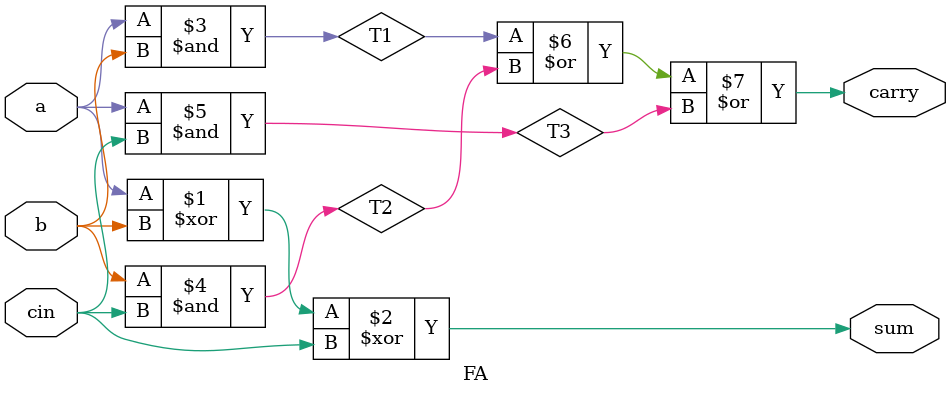
<source format=v>
`timescale 1ns / 1ps


module FA(a,b,cin,sum,carry);

input a,b,cin;

output sum,carry;

wire T1,T2,T3;


xor x1(sum,a,b,cin);

and a1(T1,a,b);
and a2(T2,b,cin);
and a3(T3,a,cin);

or a4(carry,T1,T2,T3);


endmodule

</source>
